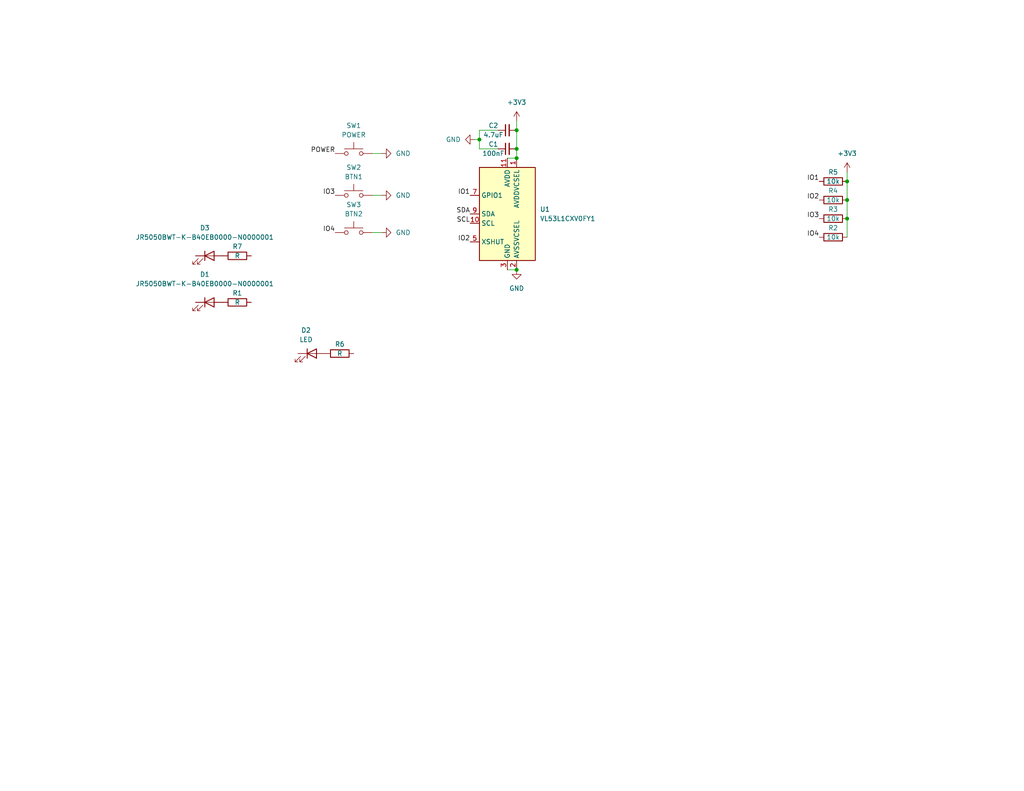
<source format=kicad_sch>
(kicad_sch (version 20230121) (generator eeschema)
  (paper "USLetter")
  (lib_symbols
    (symbol "Device:C_Small" (pin_numbers hide) (pin_names (offset 0.254) hide)
      (property "Reference" "C" (at 0.254 1.778 0))
      (property "Value" "C_Small" (at 0.254 -2.032 0))
      (symbol "C_Small_0_1"
        (polyline (pts (xy -1.524 -0.508) (xy 1.524 -0.508)) (stroke (width 0.3302)))
        (polyline (pts (xy -1.524 0.508) (xy 1.524 0.508)) (stroke (width 0.3048)))
      )
      (symbol "C_Small_1_1"
        (pin passive line (at 0 2.54 270) (length 2.032) (name "~") (number "1"))
        (pin passive line (at 0 -2.54 90) (length 2.032) (name "~") (number "2"))
      )
    )
    (symbol "Device:LED" (pin_numbers hide) (pin_names (offset 1.016) hide)
      (property "Reference" "D" (at 0 2.54 0))
      (property "Value" "LED" (at 0 -2.54 0))
      (symbol "LED_0_1"
        (polyline (pts (xy -1.27 -1.27) (xy -1.27 1.27)) (stroke (width 0.254)))
        (polyline (pts (xy -1.27 0) (xy 1.27 0)))
        (polyline (pts (xy 1.27 -1.27) (xy 1.27 1.27) (xy -1.27 0) (xy 1.27 -1.27)) (stroke (width 0.254)))
        (polyline (pts (xy -3.048 -0.762) (xy -4.572 -2.286) (xy -3.81 -2.286) (xy -4.572 -2.286) (xy -4.572 -1.524)))
        (polyline (pts (xy -1.778 -0.762) (xy -3.302 -2.286) (xy -2.54 -2.286) (xy -3.302 -2.286) (xy -3.302 -1.524)))
      )
      (symbol "LED_1_1"
        (pin passive line (at -3.81 0 0) (length 2.54) (name "K") (number "1"))
        (pin passive line (at 3.81 0 180) (length 2.54) (name "A") (number "2"))
      )
    )
    (symbol "Device:R" (pin_numbers hide) (pin_names (offset 0))
      (property "Reference" "R" (at 2.032 0 90))
      (property "Value" "R" (at 0 0 90))
      (symbol "R_0_1"
        (rectangle (start -1.016 -2.54) (end 1.016 2.54) (stroke (width 0.254)))
      )
      (symbol "R_1_1"
        (pin passive line (at 0 3.81 270) (length 1.27) (name "~") (number "1"))
        (pin passive line (at 0 -3.81 90) (length 1.27) (name "~") (number "2"))
      )
    )
    (symbol "Sensor_Distance:VL53L1CXV0FY1"
      (property "Reference" "U" (at -6.35 13.97 0))
      (property "Value" "VL53L1CXV0FY1" (at 12.065 13.97 0))
      (symbol "VL53L1CXV0FY1_0_1"
        (rectangle (start -7.62 12.7) (end 7.62 -12.7) (stroke (width 0.254)) (fill (type background)))
      )
      (symbol "VL53L1CXV0FY1_1_1"
        (pin power_in line (at 2.54 15.24 270) (length 2.54) (name "AVDDVCSEL") (number "1"))
        (pin input line (at -10.16 -2.54 0) (length 2.54) (name "SCL") (number "10"))
        (pin power_in line (at 0 15.24 270) (length 2.54) (name "AVDD") (number "11"))
        (pin passive line (at 0 -15.24 90) (length 2.54) hide (name "GND") (number "12"))
        (pin power_in line (at 2.54 -15.24 90) (length 2.54) (name "AVSSVCSEL") (number "2"))
        (pin power_in line (at 0 -15.24 90) (length 2.54) (name "GND") (number "3"))
        (pin passive line (at 0 -15.24 90) (length 2.54) hide (name "GND") (number "4"))
        (pin input line (at -10.16 -7.62 0) (length 2.54) (name "XSHUT") (number "5"))
        (pin passive line (at 0 -15.24 90) (length 2.54) hide (name "GND") (number "6"))
        (pin open_collector line (at -10.16 5.08 0) (length 2.54) (name "GPIO1") (number "7"))
        (pin no_connect line (at -7.62 7.62 0) (length 2.54) hide (name "DNC") (number "8"))
        (pin bidirectional line (at -10.16 0 0) (length 2.54) (name "SDA") (number "9"))
      )
    )
    (symbol "Switch:SW_Push" (pin_numbers hide) (pin_names (offset 1.016) hide)
      (property "Reference" "SW" (at 1.27 2.54 0))
      (property "Value" "SW_Push" (at 0 -1.524 0))
      (symbol "SW_Push_0_1"
        (circle (center -2.032 0) (radius 0.508))
        (polyline (pts (xy 0 1.27) (xy 0 3.048)))
        (polyline (pts (xy 2.54 1.27) (xy -2.54 1.27)))
        (circle (center 2.032 0) (radius 0.508))
        (pin passive line (at -5.08 0 0) (length 2.54) (name "1") (number "1"))
        (pin passive line (at 5.08 0 180) (length 2.54) (name "2") (number "2"))
      )
    )
    (symbol "power:+3V3" (power) (pin_names (offset 0))
      (property "Value" "+3V3" (at 0 3.556 0))
      (symbol "+3V3_0_1"
        (polyline (pts (xy -0.762 1.27) (xy 0 2.54)))
        (polyline (pts (xy 0 0) (xy 0 2.54)))
        (polyline (pts (xy 0 2.54) (xy 0.762 1.27)))
      )
      (symbol "+3V3_1_1"
        (pin power_in line (at 0 0 90) (length 0) hide (name "+3V3") (number "1"))
      )
    )
    (symbol "power:GND" (power) (pin_names (offset 0))
      (property "Value" "GND" (at 0 -3.81 0))
      (symbol "GND_0_1"
        (polyline (pts (xy 0 0) (xy 0 -1.27) (xy 1.27 -1.27) (xy 0 -2.54) (xy -1.27 -1.27) (xy 0 -1.27)))
      )
      (symbol "GND_1_1"
        (pin power_in line (at 0 0 270) (length 0) hide (name "GND") (number "1"))
      )
    )
  )
  (junction (at 140.97 40.64))
  (junction (at 231.14 59.69))
  (junction (at 140.97 43.18))
  (junction (at 231.14 54.61))
  (junction (at 140.97 73.66))
  (junction (at 140.97 35.56))
  (junction (at 130.81 38.1))
  (junction (at 231.14 49.53))
  (wire (pts (xy 130.81 40.64) (xy 130.81 38.1)))
  (wire (pts (xy 231.14 46.99) (xy 231.14 49.53)))
  (wire (pts (xy 140.97 40.64) (xy 140.97 43.18)))
  (wire (pts (xy 104.14 53.34) (xy 101.6 53.34)))
  (wire (pts (xy 231.14 49.53) (xy 231.14 54.61)))
  (wire (pts (xy 129.54 38.1) (xy 130.81 38.1)))
  (wire (pts (xy 140.97 35.56) (xy 140.97 40.64)))
  (wire (pts (xy 231.14 54.61) (xy 231.14 59.69)))
  (wire (pts (xy 135.89 40.64) (xy 130.81 40.64)))
  (wire (pts (xy 130.81 35.56) (xy 135.89 35.56)))
  (wire (pts (xy 231.14 59.69) (xy 231.14 64.77)))
  (wire (pts (xy 130.81 38.1) (xy 130.81 35.56)))
  (wire (pts (xy 138.43 73.66) (xy 140.97 73.66)))
  (wire (pts (xy 138.43 43.18) (xy 140.97 43.18)))
  (wire (pts (xy 104.14 41.91) (xy 101.6 41.91)))
  (wire (pts (xy 140.97 33.02) (xy 140.97 35.56)))
  (wire (pts (xy 104.14 63.5) (xy 101.6 63.5)))
  (label "IO2" (at 128.27 66.04 180))
  (label "IO2" (at 223.52 54.61 180))
  (label "POWER" (at 91.44 41.91 180))
  (label "SDA" (at 128.27 58.42 180))
  (label "IO1" (at 128.27 53.34 180))
  (label "IO3" (at 91.44 53.34 180))
  (label "IO4" (at 91.44 63.5 180))
  (label "IO3" (at 223.52 59.69 180))
  (label "IO4" (at 223.52 64.77 180))
  (label "IO1" (at 223.52 49.53 180))
  (label "SCL" (at 128.27 60.96 180))
  (symbol (lib_id "Device:R") (at 227.33 54.61 90) (unit 1)
    (property "Reference" "R4" (at 227.33 52.07 90))
    (property "Value" "10k" (at 227.33 54.61 90))
  )
  (symbol (lib_id "power:+3V3") (at 140.97 33.02 0) (unit 1)
    (property "Reference" "#PWR02" (effects hide))
    (property "Value" "+3V3" (at 140.97 27.94 0))
  )
  (symbol (lib_id "Device:R") (at 227.33 59.69 90) (unit 1)
    (property "Reference" "R3" (at 227.33 57.15 90))
    (property "Value" "10k" (at 227.33 59.69 90))
  )
  (symbol (lib_id "Device:LED") (at 57.15 82.55 0) (unit 1)
    (property "Reference" "D1" (at 55.88 74.93 0))
    (property "Value" "JR5050BWT-K-B40EB0000-N0000001" (at 55.88 77.47 0))
    (property "Datasheet" "https://www.digikey.com/en/products/detail/creeled-inc/JR5050BWT-K-B40EB0000-N0000001/14554787" (effects hide))
  )
  (symbol (lib_id "Switch:SW_Push") (at 96.52 41.91 0) (unit 1)
    (property "Reference" "SW1" (at 96.52 34.29 0))
    (property "Value" "POWER" (at 96.52 36.83 0))
  )
  (symbol (lib_id "Switch:SW_Push") (at 96.52 63.5 0) (unit 1)
    (property "Reference" "SW3" (at 96.52 55.88 0))
    (property "Value" "BTN2" (at 96.52 58.42 0))
  )
  (symbol (lib_id "Device:LED") (at 85.09 96.52 0) (unit 1)
    (property "Reference" "D2" (at 83.5025 90.17 0))
    (property "Value" "LED" (at 83.5025 92.71 0))
  )
  (symbol (lib_id "Device:R") (at 64.77 69.85 90) (unit 1)
    (property "Reference" "R7" (at 64.77 67.31 90))
    (property "Value" "R" (at 64.77 69.85 90))
  )
  (symbol (lib_id "power:GND") (at 104.14 63.5 90) (unit 1)
    (property "Reference" "#PWR05" (effects hide))
    (property "Value" "GND" (at 107.95 63.5 90) (effects (justify right)))
  )
  (symbol (lib_id "Device:C_Small") (at 138.43 35.56 90) (unit 1)
    (property "Reference" "C2" (at 134.62 34.29 90))
    (property "Value" "4.7uF" (at 134.62 36.83 90))
  )
  (symbol (lib_id "Device:R") (at 227.33 64.77 90) (unit 1)
    (property "Reference" "R2" (at 227.33 62.23 90))
    (property "Value" "10k" (at 227.33 64.77 90))
  )
  (symbol (lib_id "Device:R") (at 92.71 96.52 90) (unit 1)
    (property "Reference" "R6" (at 92.71 93.98 90))
    (property "Value" "R" (at 92.71 96.52 90))
  )
  (symbol (lib_id "Switch:SW_Push") (at 96.52 53.34 0) (unit 1)
    (property "Reference" "SW2" (at 96.52 45.72 0))
    (property "Value" "BTN1" (at 96.52 48.26 0))
  )
  (symbol (lib_id "Sensor_Distance:VL53L1CXV0FY1") (at 138.43 58.42 0) (unit 1)
    (property "Reference" "U1" (at 147.32 57.15 0) (effects (justify left)))
    (property "Value" "VL53L1CXV0FY1" (at 147.32 59.69 0) (effects (justify left)))
    (property "Footprint" "Sensor_Distance:ST_VL53L1x" (effects hide))
    (property "Datasheet" "https://www.st.com/resource/en/datasheet/vl53l1x.pdf" (effects hide))
  )
  (symbol (lib_id "Device:R") (at 64.77 82.55 90) (unit 1)
    (property "Reference" "R1" (at 64.77 80.01 90))
    (property "Value" "R" (at 64.77 82.55 90))
  )
  (symbol (lib_id "Device:C_Small") (at 138.43 40.64 90) (unit 1)
    (property "Reference" "C1" (at 134.62 39.37 90))
    (property "Value" "100nF" (at 134.62 41.91 90))
  )
  (symbol (lib_id "power:GND") (at 129.54 38.1 270) (unit 1)
    (property "Reference" "#PWR03" (effects hide))
    (property "Value" "GND" (at 125.73 38.1 90) (effects (justify right)))
  )
  (symbol (lib_id "Device:LED") (at 57.15 69.85 0) (unit 1)
    (property "Reference" "D3" (at 55.88 62.23 0))
    (property "Value" "JR5050BWT-K-B40EB0000-N0000001" (at 55.88 64.77 0))
    (property "Datasheet" "https://www.digikey.com/en/products/detail/creeled-inc/JR5050BWT-K-B40EB0000-N0000001/14554787" (effects hide))
  )
  (symbol (lib_id "power:GND") (at 140.97 73.66 0) (unit 1)
    (property "Reference" "#PWR01" (effects hide))
    (property "Value" "GND" (at 140.97 78.74 0))
  )
  (symbol (lib_id "power:+3V3") (at 231.14 46.99 0) (unit 1)
    (property "Reference" "#PWR07" (effects hide))
    (property "Value" "+3V3" (at 231.14 41.91 0))
  )
  (symbol (lib_id "power:GND") (at 104.14 41.91 90) (unit 1)
    (property "Reference" "#PWR06" (effects hide))
    (property "Value" "GND" (at 107.95 41.91 90) (effects (justify right)))
  )
  (symbol (lib_id "Device:R") (at 227.33 49.53 90) (unit 1)
    (property "Reference" "R5" (at 227.33 46.99 90))
    (property "Value" "10k" (at 227.33 49.53 90))
  )
  (symbol (lib_id "power:GND") (at 104.14 53.34 90) (unit 1)
    (property "Reference" "#PWR04" (effects hide))
    (property "Value" "GND" (at 107.95 53.34 90) (effects (justify right)))
  )
)
</source>
